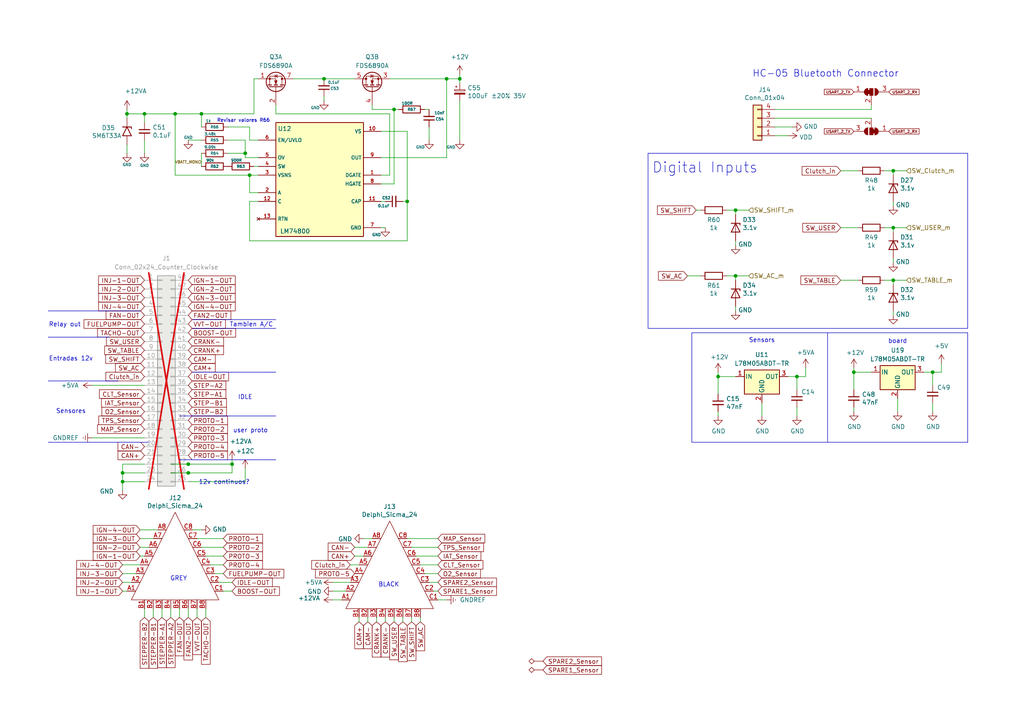
<source format=kicad_sch>
(kicad_sch (version 20231120) (generator "eeschema") (generator_version "7.99")
  (paper "A4")
  (title_block (title "μEFI (Speeduino FW compatible)") (date "2023-12-25") (rev "v6") (company "Churrosoft ®") (comment 1 "CERN-OHL-S-2.0 license\n"))
  (junction (at 35.56 137.16))
  (junction (at 71.12 44.45))
  (junction (at 58.42 33.02))
  (junction (at 247.65 107.95))
  (junction (at 259.08 49.53))
  (junction (at 213.36 80.01))
  (junction (at 129.54 22.86))
  (junction (at 35.56 139.7))
  (junction (at 208.28 109.22))
  (junction (at 259.08 66.04))
  (junction (at 213.36 60.96))
  (junction (at 133.35 22.86))
  (junction (at 118.11 58.42))
  (junction (at 270.51 107.95))
  (junction (at 231.14 109.22))
  (junction (at 36.83 33.02))
  (junction (at 54.61 134.62))
  (junction (at 50.8 33.02))
  (junction (at 67.31 134.62))
  (junction (at 54.61 137.16))
  (junction (at 259.08 81.28))
  (junction (at 41.91 33.02))
  (junction (at 93.98 22.86))
  (junction (at 114.3 31.75))
  (junction (at 72.39 50.8))
  (wire (pts (xy 41.91 35.56) (xy 41.91 33.02)))
  (wire (pts (xy 231.14 109.22) (xy 233.68 109.22)))
  (wire (pts (xy 247.65 107.95) (xy 252.73 107.95)))
  (wire (pts (xy 71.12 135.89) (xy 71.12 139.7)))
  (polyline (pts (xy 77.47 133.35) (xy 80.01 133.35)))
  (wire (pts (xy 66.04 36.83) (xy 72.39 36.83)))
  (wire (pts (xy 231.14 109.22) (xy 231.14 113.03)))
  (wire (pts (xy 133.35 29.21) (xy 133.35 40.64)))
  (polyline (pts (xy 52.07 133.35) (xy 77.47 133.35)))
  (wire (pts (xy 41.91 179.07) (xy 41.91 176.53)))
  (wire (pts (xy 96.52 171.45) (xy 100.33 171.45)))
  (wire (pts (xy 35.56 168.91) (xy 38.1 168.91)))
  (wire (pts (xy 57.15 179.07) (xy 57.15 176.53)))
  (wire (pts (xy 119.38 179.07) (xy 119.38 180.34)))
  (polyline (pts (xy 13.97 90.17) (xy 40.64 90.17)))
  (polyline (pts (xy 280.67 128.27) (xy 280.67 96.52)))
  (wire (pts (xy 40.64 158.75) (xy 43.18 158.75)))
  (wire (pts (xy 50.8 33.02) (xy 50.8 50.8)))
  (wire (pts (xy 229.87 36.83) (xy 224.79 36.83)))
  (wire (pts (xy 40.64 153.67) (xy 45.72 153.67)))
  (wire (pts (xy 129.54 173.99) (xy 127 173.99)))
  (wire (pts (xy 213.36 81.28) (xy 213.36 80.01)))
  (polyline (pts (xy 240.03 128.27) (xy 280.67 128.27)))
  (wire (pts (xy 58.42 33.02) (xy 58.42 36.83)))
  (wire (pts (xy 35.56 137.16) (xy 35.56 134.62)))
  (wire (pts (xy 233.68 106.68) (xy 233.68 109.22)))
  (wire (pts (xy 260.35 115.57) (xy 260.35 119.38)))
  (wire (pts (xy 256.54 49.53) (xy 259.08 49.53)))
  (wire (pts (xy 49.53 137.16) (xy 54.61 137.16)))
  (wire (pts (xy 44.45 156.21) (xy 40.64 156.21)))
  (wire (pts (xy 243.84 66.04) (xy 248.92 66.04)))
  (wire (pts (xy 101.6 163.83) (xy 104.14 163.83)))
  (polyline (pts (xy 77.47 120.65) (xy 80.01 120.65)))
  (wire (pts (xy 210.82 60.96) (xy 213.36 60.96)))
  (wire (pts (xy 259.08 76.2) (xy 259.08 74.93)))
  (wire (pts (xy 41.91 33.02) (xy 50.8 33.02)))
  (wire (pts (xy 104.14 180.34) (xy 104.14 179.07)))
  (wire (pts (xy 72.39 36.83) (xy 72.39 40.64)))
  (wire (pts (xy 58.42 44.45) (xy 58.42 48.26)))
  (wire (pts (xy 35.56 142.24) (xy 35.56 139.7)))
  (wire (pts (xy 113.03 22.86) (xy 129.54 22.86)))
  (wire (pts (xy 111.76 66.04) (xy 110.49 66.04)))
  (wire (pts (xy 259.08 81.28) (xy 262.89 81.28)))
  (wire (pts (xy 127 168.91) (xy 124.46 168.91)))
  (wire (pts (xy 66.04 40.64) (xy 71.12 40.64)))
  (wire (pts (xy 213.36 80.01) (xy 217.17 80.01)))
  (wire (pts (xy 213.36 71.12) (xy 213.36 69.85)))
  (wire (pts (xy 247.65 118.11) (xy 247.65 119.38)))
  (wire (pts (xy 54.61 137.16) (xy 67.31 137.16)))
  (wire (pts (xy 36.83 44.45) (xy 36.83 41.91)))
  (wire (pts (xy 58.42 153.67) (xy 55.88 153.67)))
  (wire (pts (xy 35.56 134.62) (xy 41.91 134.62)))
  (wire (pts (xy 106.68 179.07) (xy 106.68 180.34)))
  (wire (pts (xy 73.66 33.02) (xy 58.42 33.02)))
  (wire (pts (xy 231.14 118.11) (xy 231.14 120.65)))
  (wire (pts (xy 220.98 116.84) (xy 220.98 120.65)))
  (wire (pts (xy 259.08 82.55) (xy 259.08 81.28)))
  (wire (pts (xy 74.93 22.86) (xy 73.66 22.86)))
  (wire (pts (xy 213.36 60.96) (xy 217.17 60.96)))
  (wire (pts (xy 259.08 50.8) (xy 259.08 49.53)))
  (wire (pts (xy 224.79 31.75) (xy 252.73 31.75)))
  (wire (pts (xy 116.84 180.34) (xy 116.84 179.07)))
  (wire (pts (xy 41.91 44.45) (xy 41.91 40.64)))
  (wire (pts (xy 259.08 91.44) (xy 259.08 90.17)))
  (wire (pts (xy 123.19 166.37) (xy 127 166.37)))
  (wire (pts (xy 72.39 55.88) (xy 74.93 55.88)))
  (wire (pts (xy 110.49 45.72) (xy 129.54 45.72)))
  (wire (pts (xy 73.66 22.86) (xy 73.66 33.02)))
  (wire (pts (xy 270.51 107.95) (xy 273.05 107.95)))
  (polyline (pts (xy 13.97 97.79) (xy 22.86 97.79)))
  (wire (pts (xy 127 163.83) (xy 121.92 163.83)))
  (wire (pts (xy 259.08 67.31) (xy 259.08 66.04)))
  (wire (pts (xy 36.83 34.29) (xy 36.83 33.02)))
  (wire (pts (xy 72.39 50.8) (xy 72.39 55.88)))
  (wire (pts (xy 129.54 22.86) (xy 133.35 22.86)))
  (wire (pts (xy 124.46 31.75) (xy 123.19 31.75)))
  (wire (pts (xy 228.6 109.22) (xy 231.14 109.22)))
  (polyline (pts (xy 77.47 107.95) (xy 80.01 107.95)))
  (wire (pts (xy 72.39 69.85) (xy 118.11 69.85)))
  (wire (pts (xy 118.11 38.1) (xy 118.11 58.42)))
  (wire (pts (xy 59.69 176.53) (xy 59.69 179.07)))
  (wire (pts (xy 125.73 171.45) (xy 127 171.45)))
  (wire (pts (xy 107.95 31.75) (xy 107.95 30.48)))
  (wire (pts (xy 113.03 33.02) (xy 113.03 50.8)))
  (wire (pts (xy 67.31 133.35) (xy 67.31 134.62)))
  (polyline (pts (xy 200.66 96.52) (xy 200.66 128.27)))
  (wire (pts (xy 105.41 156.21) (xy 107.95 156.21)))
  (wire (pts (xy 35.56 171.45) (xy 36.83 171.45)))
  (wire (pts (xy 118.11 58.42) (xy 116.84 58.42)))
  (wire (pts (xy 49.53 134.62) (xy 54.61 134.62)))
  (polyline (pts (xy 55.88 95.25) (xy 80.01 95.25)))
  (polyline (pts (xy 13.97 110.49) (xy 22.86 110.49)))
  (wire (pts (xy 52.07 179.07) (xy 52.07 176.53)))
  (wire (pts (xy 213.36 90.17) (xy 213.36 88.9)))
  (wire (pts (xy 93.98 29.21) (xy 93.98 27.94)))
  (wire (pts (xy 113.03 50.8) (xy 110.49 50.8)))
  (wire (pts (xy 124.46 40.64) (xy 124.46 36.83)))
  (wire (pts (xy 127 158.75) (xy 119.38 158.75)))
  (wire (pts (xy 66.04 44.45) (xy 71.12 44.45)))
  (wire (pts (xy 50.8 50.8) (xy 72.39 50.8)))
  (wire (pts (xy 50.8 33.02) (xy 58.42 33.02)))
  (polyline (pts (xy 280.67 96.52) (xy 200.66 96.52)))
  (wire (pts (xy 110.49 53.34) (xy 114.3 53.34)))
  (wire (pts (xy 63.5 168.91) (xy 67.31 168.91)))
  (wire (pts (xy 73.66 48.26) (xy 74.93 48.26)))
  (wire (pts (xy 35.56 139.7) (xy 35.56 137.16)))
  (wire (pts (xy 259.08 66.04) (xy 262.89 66.04)))
  (wire (pts (xy 44.45 176.53) (xy 44.45 179.07)))
  (wire (pts (xy 208.28 109.22) (xy 208.28 114.3)))
  (wire (pts (xy 199.39 80.01) (xy 203.2 80.01)))
  (wire (pts (xy 35.56 163.83) (xy 40.64 163.83)))
  (wire (pts (xy 273.05 105.41) (xy 273.05 107.95)))
  (polyline (pts (xy 55.88 107.95) (xy 77.47 107.95)))
  (wire (pts (xy 118.11 58.42) (xy 118.11 69.85)))
  (wire (pts (xy 213.36 62.23) (xy 213.36 60.96)))
  (wire (pts (xy 252.73 30.48) (xy 252.73 31.75)))
  (wire (pts (xy 127 156.21) (xy 118.11 156.21)))
  (wire (pts (xy 109.22 180.34) (xy 109.22 179.07)))
  (wire (pts (xy 80.01 30.48) (xy 80.01 33.02)))
  (wire (pts (xy 243.84 49.53) (xy 248.92 49.53)))
  (wire (pts (xy 228.6 39.37) (xy 224.79 39.37)))
  (wire (pts (xy 85.09 22.86) (xy 93.98 22.86)))
  (wire (pts (xy 259.08 59.69) (xy 259.08 58.42)))
  (wire (pts (xy 64.77 171.45) (xy 67.31 171.45)))
  (wire (pts (xy 71.12 44.45) (xy 71.12 45.72)))
  (polyline (pts (xy 52.07 120.65) (xy 77.47 120.65)))
  (wire (pts (xy 64.77 161.29) (xy 59.69 161.29)))
  (wire (pts (xy 270.51 116.84) (xy 270.51 119.38)))
  (polyline (pts (xy 22.86 97.79) (xy 31.75 97.79)))
  (wire (pts (xy 114.3 180.34) (xy 114.3 179.07)))
  (polyline (pts (xy 13.97 128.27) (xy 43.18 128.27)))
  (wire (pts (xy 60.96 163.83) (xy 64.77 163.83)))
  (wire (pts (xy 267.97 107.95) (xy 270.51 107.95)))
  (wire (pts (xy 114.3 53.34) (xy 114.3 31.75)))
  (wire (pts (xy 208.28 107.95) (xy 208.28 109.22)))
  (wire (pts (xy 247.65 106.68) (xy 247.65 107.95)))
  (wire (pts (xy 201.93 60.96) (xy 203.2 60.96)))
  (wire (pts (xy 133.35 24.13) (xy 133.35 22.86)))
  (wire (pts (xy 93.98 22.86) (xy 102.87 22.86)))
  (wire (pts (xy 121.92 180.34) (xy 121.92 179.07)))
  (wire (pts (xy 111.76 179.07) (xy 111.76 180.34)))
  (wire (pts (xy 114.3 31.75) (xy 107.95 31.75)))
  (wire (pts (xy 72.39 58.42) (xy 72.39 69.85)))
  (wire (pts (xy 64.77 166.37) (xy 62.23 166.37)))
  (wire (pts (xy 102.87 158.75) (xy 106.68 158.75)))
  (wire (pts (xy 259.08 49.53) (xy 262.89 49.53)))
  (wire (pts (xy 72.39 40.64) (xy 74.93 40.64)))
  (wire (pts (xy 120.65 161.29) (xy 127 161.29)))
  (wire (pts (xy 247.65 107.95) (xy 247.65 113.03)))
  (wire (pts (xy 39.37 166.37) (xy 35.56 166.37)))
  (wire (pts (xy 36.83 31.75) (xy 36.83 33.02)))
  (wire (pts (xy 256.54 81.28) (xy 259.08 81.28)))
  (wire (pts (xy 67.31 137.16) (xy 67.31 134.62)))
  (wire (pts (xy 110.49 38.1) (xy 118.11 38.1)))
  (wire (pts (xy 64.77 158.75) (xy 58.42 158.75)))
  (wire (pts (xy 46.99 179.07) (xy 46.99 176.53)))
  (wire (pts (xy 71.12 40.64) (xy 71.12 44.45)))
  (wire (pts (xy 243.84 81.28) (xy 248.92 81.28)))
  (wire (pts (xy 54.61 176.53) (xy 54.61 179.07)))
  (wire (pts (xy 54.61 40.64) (xy 58.42 40.64)))
  (wire (pts (xy 41.91 161.29) (xy 40.64 161.29)))
  (wire (pts (xy 49.53 176.53) (xy 49.53 179.07)))
  (wire (pts (xy 71.12 139.7) (xy 54.61 139.7)))
  (wire (pts (xy 64.77 156.21) (xy 57.15 156.21)))
  (wire (pts (xy 72.39 50.8) (xy 74.93 50.8)))
  (wire (pts (xy 80.01 33.02) (xy 113.03 33.02)))
  (wire (pts (xy 210.82 80.01) (xy 213.36 80.01)))
  (wire (pts (xy 133.35 21.59) (xy 133.35 22.86)))
  (wire (pts (xy 26.67 111.76) (xy 41.91 111.76)))
  (wire (pts (xy 35.56 137.16) (xy 41.91 137.16)))
  (wire (pts (xy 111.76 58.42) (xy 110.49 58.42)))
  (wire (pts (xy 71.12 45.72) (xy 74.93 45.72)))
  (polyline (pts (xy 22.86 110.49) (xy 34.29 110.49)))
  (polyline (pts (xy 240.03 96.52) (xy 240.03 128.27)))
  (wire (pts (xy 74.93 58.42) (xy 72.39 58.42)))
  (wire (pts (xy 35.56 139.7) (xy 41.91 139.7)))
  (wire (pts (xy 208.28 119.38) (xy 208.28 120.65)))
  (wire (pts (xy 270.51 107.95) (xy 270.51 111.76)))
  (polyline (pts (xy 55.88 92.71) (xy 80.01 92.71)))
  (wire (pts (xy 67.31 134.62) (xy 54.61 134.62)))
  (polyline (pts (xy 200.66 128.27) (xy 240.03 128.27)))
  (wire (pts (xy 256.54 66.04) (xy 259.08 66.04)))
  (wire (pts (xy 105.41 161.29) (xy 102.87 161.29)))
  (wire (pts (xy 224.79 34.29) (xy 252.73 34.29)))
  (wire (pts (xy 96.52 173.99) (xy 99.06 173.99)))
  (wire (pts (xy 96.52 168.91) (xy 101.6 168.91)))
  (wire (pts (xy 26.67 127) (xy 41.91 127)))
  (wire (pts (xy 41.91 33.02) (xy 36.83 33.02)))
  (wire (pts (xy 208.28 109.22) (xy 213.36 109.22)))
  (wire (pts (xy 129.54 45.72) (xy 129.54 22.86)))
  (wire (pts (xy 115.57 31.75) (xy 114.3 31.75)))
  (rectangle (start 187.96 44.45) (end 280.67 95.25))
  (text "Sensors" (at 220.98 98.806 0) (effects (font (size 1.27 1.27))))
  (text "Digital Inputs" (at 204.47 48.768 0) (effects (font (size 3 3))))
  (text "user proto" (at 72.644 124.968 0) (effects (font (size 1.27 1.27))))
  (text "HC-05 Bluetooth Connector" (at 218.186 22.606 0) (effects (font (size 1.9812 1.9812)) (justify left bottom)))
  (text "Relay out" (at 18.796 94.234 0) (effects (font (size 1.27 1.27))))
  (text "BLACK" (at 112.776 169.672 0) (effects (font (size 1.27 1.27))))
  (text "Sensores" (at 20.574 119.38 0) (effects (font (size 1.27 1.27))))
  (text "12v continuos?" (at 65.024 139.954 0) (effects (font (size 1.27 1.27))))
  (text "GREY" (at 51.816 167.894 0) (effects (font (size 1.27 1.27))))
  (text "Tambien A/C" (at 72.898 94.234 0) (effects (font (size 1.27 1.27))))
  (text "IDLE" (at 71.12 115.316 0) (effects (font (size 1.27 1.27))))
  (text "Entradas 12v" (at 20.574 104.14 0) (effects (font (size 1.27 1.27))))
  (text "Revisar valores R66" (at 70.612 35.052 0) (effects (font (size 1 1))))
  (text "board" (at 260.35 99.06 0) (effects (font (size 1.27 1.27))))
  (global_label "Clutch_in" (shape input) (at 41.91 109.22 180) (property "Intersheetrefs" "${INTERSHEET_REFS}" (effects (hide yes))))
  (global_label "USART_2_TX" (shape input) (at 247.65 26.67 180) (effects (font (size 0.8 0.8))) (property "Intersheetrefs" "${INTERSHEET_REFS}" (effects (hide yes))))
  (global_label "CAM-" (shape input) (at 54.61 104.14 0) (property "Intersheetrefs" "${INTERSHEET_REFS}" (effects (hide yes))))
  (global_label "SW_TABLE" (shape input) (at 116.84 180.34 270) (property "Intersheetrefs" "${INTERSHEET_REFS}" (effects (hide yes))))
  (global_label "IGN-2-OUT" (shape input) (at 54.61 83.82 0) (property "Intersheetrefs" "${INTERSHEET_REFS}" (effects (hide yes))))
  (global_label "STEP-B2" (shape input) (at 54.61 119.38 0) (property "Intersheetrefs" "${INTERSHEET_REFS}" (effects (hide yes))))
  (global_label "INJ-1-OUT" (shape input) (at 35.56 171.45 180) (property "Intersheetrefs" "${INTERSHEET_REFS}" (effects (hide yes))))
  (global_label "SW_TABLE" (shape input) (at 243.84 81.28 180) (property "Intersheetrefs" "${INTERSHEET_REFS}" (effects (hide yes))))
  (global_label "PROTO-3" (shape input) (at 54.61 127 0) (property "Intersheetrefs" "${INTERSHEET_REFS}" (effects (hide yes))))
  (global_label "SW_AC" (shape input) (at 41.91 106.68 180) (property "Intersheetrefs" "${INTERSHEET_REFS}" (effects (hide yes))))
  (global_label "INJ-2-OUT" (shape input) (at 41.91 83.82 180) (property "Intersheetrefs" "${INTERSHEET_REFS}" (effects (hide yes))))
  (global_label "STEP-A1" (shape input) (at 54.61 114.3 0) (property "Intersheetrefs" "${INTERSHEET_REFS}" (effects (hide yes))))
  (global_label "MAP_Sensor" (shape input) (at 41.91 124.46 180) (property "Intersheetrefs" "${INTERSHEET_REFS}" (effects (hide yes))))
  (global_label "STEPPER-A2" (shape input) (at 49.53 179.07 270) (property "Intersheetrefs" "${INTERSHEET_REFS}" (effects (hide yes))))
  (global_label "SW_TABLE" (shape input) (at 41.91 101.6 180) (property "Intersheetrefs" "${INTERSHEET_REFS}" (effects (hide yes))))
  (global_label "CAN+" (shape input) (at 41.91 132.08 180) (property "Intersheetrefs" "${INTERSHEET_REFS}" (effects (hide yes))))
  (global_label "VVT-OUT" (shape input) (at 57.15 179.07 270) (property "Intersheetrefs" "${INTERSHEET_REFS}" (effects (hide yes))))
  (global_label "USART_2_RX" (shape input) (at 257.81 26.67 0) (effects (font (size 0.8 0.8))) (property "Intersheetrefs" "${INTERSHEET_REFS}" (effects (hide yes))))
  (global_label "SW_AC" (shape input) (at 121.92 180.34 270) (property "Intersheetrefs" "${INTERSHEET_REFS}" (effects (hide yes))))
  (global_label "IGN-1-OUT" (shape input) (at 40.64 161.29 180) (property "Intersheetrefs" "${INTERSHEET_REFS}" (effects (hide yes))))
  (global_label "SW_USER" (shape input) (at 114.3 180.34 270) (property "Intersheetrefs" "${INTERSHEET_REFS}" (effects (hide yes))))
  (global_label "SW_SHIFT" (shape input) (at 41.91 104.14 180) (property "Intersheetrefs" "${INTERSHEET_REFS}" (effects (hide yes))))
  (global_label "PROTO-1" (shape input) (at 54.61 121.92 0) (property "Intersheetrefs" "${INTERSHEET_REFS}" (effects (hide yes))))
  (global_label "CAM+" (shape input) (at 104.14 180.34 270) (property "Intersheetrefs" "${INTERSHEET_REFS}" (effects (hide yes))))
  (global_label "FAN2-OUT" (shape input) (at 54.61 179.07 270) (property "Intersheetrefs" "${INTERSHEET_REFS}" (effects (hide yes))))
  (global_label "CAN-" (shape input) (at 41.91 129.54 180) (property "Intersheetrefs" "${INTERSHEET_REFS}" (effects (hide yes))))
  (global_label "SPARE2_Sensor" (shape input) (at 127 168.91 0) (property "Intersheetrefs" "${INTERSHEET_REFS}" (effects (hide yes))))
  (global_label "CRANK+" (shape input) (at 54.61 101.6 0) (property "Intersheetrefs" "${INTERSHEET_REFS}" (effects (hide yes))))
  (global_label "STEPPER-B2" (shape input) (at 41.91 179.07 270) (property "Intersheetrefs" "${INTERSHEET_REFS}" (effects (hide yes))))
  (global_label "STEPPER-B1" (shape input) (at 44.45 179.07 270) (property "Intersheetrefs" "${INTERSHEET_REFS}" (effects (hide yes))))
  (global_label "FUELPUMP-OUT" (shape input) (at 41.91 93.98 180) (property "Intersheetrefs" "${INTERSHEET_REFS}" (effects (hide yes))))
  (global_label "Clutch_in" (shape input) (at 101.6 163.83 180) (property "Intersheetrefs" "${INTERSHEET_REFS}" (effects (hide yes))))
  (global_label "FAN2-OUT" (shape input) (at 54.61 91.44 0) (property "Intersheetrefs" "${INTERSHEET_REFS}" (effects (hide yes))))
  (global_label "CAM+" (shape input) (at 54.61 106.68 0) (property "Intersheetrefs" "${INTERSHEET_REFS}" (effects (hide yes))))
  (global_label "TACHO-OUT" (shape input) (at 41.91 96.52 180) (property "Intersheetrefs" "${INTERSHEET_REFS}" (effects (hide yes))))
  (global_label "IGN-4-OUT" (shape input) (at 54.61 88.9 0) (property "Intersheetrefs" "${INTERSHEET_REFS}" (effects (hide yes))))
  (global_label "VVT-OUT" (shape input) (at 54.61 93.98 0) (property "Intersheetrefs" "${INTERSHEET_REFS}" (effects (hide yes))))
  (global_label "CRANK-" (shape input) (at 111.76 180.34 270) (property "Intersheetrefs" "${INTERSHEET_REFS}" (effects (hide yes))))
  (global_label "IGN-4-OUT" (shape input) (at 40.64 153.67 180) (property "Intersheetrefs" "${INTERSHEET_REFS}" (effects (hide yes))))
  (global_label "USART_2_TX" (shape input) (at 247.65 38.1 180) (effects (font (size 0.8 0.8))) (property "Intersheetrefs" "${INTERSHEET_REFS}" (effects (hide yes))))
  (global_label "PROTO-5" (shape input) (at 102.87 166.37 180) (property "Intersheetrefs" "${INTERSHEET_REFS}" (effects (hide yes))))
  (global_label "INJ-4-OUT" (shape input) (at 35.56 163.83 180) (property "Intersheetrefs" "${INTERSHEET_REFS}" (effects (hide yes))))
  (global_label "Clutch_in" (shape input) (at 243.84 49.53 180) (property "Intersheetrefs" "${INTERSHEET_REFS}" (effects (hide yes))))
  (global_label "IGN-1-OUT" (shape input) (at 54.61 81.28 0) (property "Intersheetrefs" "${INTERSHEET_REFS}" (effects (hide yes))))
  (global_label "TPS_Sensor" (shape input) (at 41.91 121.92 180) (property "Intersheetrefs" "${INTERSHEET_REFS}" (effects (hide yes))))
  (global_label "INJ-3-OUT" (shape input) (at 41.91 86.36 180) (property "Intersheetrefs" "${INTERSHEET_REFS}" (effects (hide yes))))
  (global_label "TACHO-OUT" (shape input) (at 59.69 179.07 270) (property "Intersheetrefs" "${INTERSHEET_REFS}" (effects (hide yes))))
  (global_label "USART_2_RX" (shape input) (at 257.81 38.1 0) (effects (font (size 0.8 0.8))) (property "Intersheetrefs" "${INTERSHEET_REFS}" (effects (hide yes))))
  (global_label "IAT_Sensor" (shape input) (at 41.91 116.84 180) (property "Intersheetrefs" "${INTERSHEET_REFS}" (effects (hide yes))))
  (global_label "SW_SHIFT" (shape input) (at 201.93 60.96 180) (property "Intersheetrefs" "${INTERSHEET_REFS}" (effects (hide yes))))
  (global_label "IGN-2-OUT" (shape input) (at 40.64 158.75 180) (property "Intersheetrefs" "${INTERSHEET_REFS}" (effects (hide yes))))
  (global_label "PROTO-1" (shape input) (at 64.77 156.21 0) (property "Intersheetrefs" "${INTERSHEET_REFS}" (effects (hide yes))))
  (global_label "INJ-4-OUT" (shape input) (at 41.91 88.9 180) (property "Intersheetrefs" "${INTERSHEET_REFS}" (effects (hide yes))))
  (global_label "SW_USER" (shape input) (at 243.84 66.04 180) (property "Intersheetrefs" "${INTERSHEET_REFS}" (effects (hide yes))))
  (global_label "IDLE-OUT" (shape input) (at 54.61 109.22 0) (property "Intersheetrefs" "${INTERSHEET_REFS}" (effects (hide yes))))
  (global_label "SW_AC" (shape input) (at 199.39 80.01 180) (property "Intersheetrefs" "${INTERSHEET_REFS}" (effects (hide yes))))
  (global_label "FAN-OUT" (shape input) (at 52.07 179.07 270) (property "Intersheetrefs" "${INTERSHEET_REFS}" (effects (hide yes))))
  (global_label "CRANK-" (shape input) (at 54.61 99.06 0) (property "Intersheetrefs" "${INTERSHEET_REFS}" (effects (hide yes))))
  (global_label "SW_USER" (shape input) (at 41.91 99.06 180) (property "Intersheetrefs" "${INTERSHEET_REFS}" (effects (hide yes))))
  (global_label "INJ-3-OUT" (shape input) (at 35.56 166.37 180) (property "Intersheetrefs" "${INTERSHEET_REFS}" (effects (hide yes))))
  (global_label "PROTO-2" (shape input) (at 54.61 124.46 0) (property "Intersheetrefs" "${INTERSHEET_REFS}" (effects (hide yes))))
  (global_label "CLT_Sensor" (shape input) (at 127 163.83 0) (property "Intersheetrefs" "${INTERSHEET_REFS}" (effects (hide yes))))
  (global_label "IGN-3-OUT" (shape input) (at 40.64 156.21 180) (property "Intersheetrefs" "${INTERSHEET_REFS}" (effects (hide yes))))
  (global_label "MAP_Sensor" (shape input) (at 127 156.21 0) (property "Intersheetrefs" "${INTERSHEET_REFS}" (effects (hide yes))))
  (global_label "STEP-B1" (shape input) (at 54.61 116.84 0) (property "Intersheetrefs" "${INTERSHEET_REFS}" (effects (hide yes))))
  (global_label "STEP-A2" (shape input) (at 54.61 111.76 0) (property "Intersheetrefs" "${INTERSHEET_REFS}" (effects (hide yes))))
  (global_label "BOOST-OUT" (shape input) (at 54.61 96.52 0) (property "Intersheetrefs" "${INTERSHEET_REFS}" (effects (hide yes))))
  (global_label "SW_SHIFT" (shape input) (at 119.38 180.34 270) (property "Intersheetrefs" "${INTERSHEET_REFS}" (effects (hide yes))))
  (global_label "O2_Sensor" (shape input) (at 41.91 119.38 180) (property "Intersheetrefs" "${INTERSHEET_REFS}" (effects (hide yes))))
  (global_label "INJ-2-OUT" (shape input) (at 35.56 168.91 180) (property "Intersheetrefs" "${INTERSHEET_REFS}" (effects (hide yes))))
  (global_label "BOOST-OUT" (shape input) (at 67.31 171.45 0) (property "Intersheetrefs" "${INTERSHEET_REFS}" (effects (hide yes))))
  (global_label "PROTO-4" (shape input) (at 54.61 129.54 0) (property "Intersheetrefs" "${INTERSHEET_REFS}" (effects (hide yes))))
  (global_label "PROTO-3" (shape input) (at 64.77 161.29 0) (property "Intersheetrefs" "${INTERSHEET_REFS}" (effects (hide yes))))
  (global_label "SPARE2_Sensor" (shape input) (at 157.48 191.77 0) (property "Intersheetrefs" "${INTERSHEET_REFS}" (effects (hide yes))))
  (global_label "FUELPUMP-OUT" (shape input) (at 64.77 166.37 0) (property "Intersheetrefs" "${INTERSHEET_REFS}" (effects (hide yes))))
  (global_label "FAN-OUT" (shape input) (at 41.91 91.44 180) (property "Intersheetrefs" "${INTERSHEET_REFS}" (effects (hide yes))))
  (global_label "CAN-" (shape input) (at 102.87 158.75 180) (property "Intersheetrefs" "${INTERSHEET_REFS}" (effects (hide yes))))
  (global_label "CLT_Sensor" (shape input) (at 41.91 114.3 180) (property "Intersheetrefs" "${INTERSHEET_REFS}" (effects (hide yes))))
  (global_label "SPARE1_Sensor" (shape input) (at 127 171.45 0) (property "Intersheetrefs" "${INTERSHEET_REFS}" (effects (hide yes))))
  (global_label "IAT_Sensor" (shape input) (at 127 161.29 0) (property "Intersheetrefs" "${INTERSHEET_REFS}" (effects (hide yes))))
  (global_label "CAM-" (shape input) (at 106.68 180.34 270) (property "Intersheetrefs" "${INTERSHEET_REFS}" (effects (hide yes))))
  (global_label "CAN+" (shape input) (at 102.87 161.29 180) (property "Intersheetrefs" "${INTERSHEET_REFS}" (effects (hide yes))))
  (global_label "PROTO-2" (shape input) (at 64.77 158.75 0) (property "Intersheetrefs" "${INTERSHEET_REFS}" (effects (hide yes))))
  (global_label "IDLE-OUT" (shape input) (at 67.31 168.91 0) (property "Intersheetrefs" "${INTERSHEET_REFS}" (effects (hide yes))))
  (global_label "INJ-1-OUT" (shape input) (at 41.91 81.28 180) (property "Intersheetrefs" "${INTERSHEET_REFS}" (effects (hide yes))))
  (global_label "STEPPER-A1" (shape input) (at 46.99 179.07 270) (property "Intersheetrefs" "${INTERSHEET_REFS}" (effects (hide yes))))
  (global_label "SPARE1_Sensor" (shape input) (at 157.48 194.31 0) (property "Intersheetrefs" "${INTERSHEET_REFS}" (effects (hide yes))))
  (global_label "IGN-3-OUT" (shape input) (at 54.61 86.36 0) (property "Intersheetrefs" "${INTERSHEET_REFS}" (effects (hide yes))))
  (global_label "O2_Sensor" (shape input) (at 127 166.37 0) (property "Intersheetrefs" "${INTERSHEET_REFS}" (effects (hide yes))))
  (global_label "PROTO-4" (shape input) (at 64.77 163.83 0) (property "Intersheetrefs" "${INTERSHEET_REFS}" (effects (hide yes))))
  (global_label "TPS_Sensor" (shape input) (at 127 158.75 0) (property "Intersheetrefs" "${INTERSHEET_REFS}" (effects (hide yes))))
  (global_label "PROTO-5" (shape input) (at 54.61 132.08 0) (property "Intersheetrefs" "${INTERSHEET_REFS}" (effects (hide yes))))
  (global_label "CRANK+" (shape input) (at 109.22 180.34 270) (property "Intersheetrefs" "${INTERSHEET_REFS}" (effects (hide yes))))
  (hierarchical_label "VBATT_MON" (shape input) (at 58.42 46.99 180) (effects (font (size 0.8 0.8))))
  (hierarchical_label "SW_AC_m" (shape input) (at 217.17 80.01 0))
  (hierarchical_label "SW_Clutch_m" (shape input) (at 262.89 49.53 0))
  (hierarchical_label "SW_TABLE_m" (shape input) (at 262.89 81.28 0))
  (hierarchical_label "SW_SHIFT_m" (shape input) (at 217.17 60.96 0))
  (hierarchical_label "SW_USER_m" (shape input) (at 262.89 66.04 0))
  (symbol (lib_id "Device:R") (at 207.01 60.96 270) (mirror x) (unit 1)
    (property "Reference" "R60" (at 207.01 63.754 90))
    (property "Value" "1k" (at 207.01 66.0654 90))
    (property "Footprint" "Resistor_SMD:R_0603_1608Metric" (effects (hide yes)))
    (property "LCSC" "C21190" (effects (hide yes)))
  )
  (symbol (lib_id "power:GNDREF") (at 26.67 127 270) (unit 1)
    (property "Reference" "#PWR017" (effects (hide yes)))
    (property "Value" "GNDREF" (at 22.86 126.9999 90) (effects (justify right)))
    (property "Description" "Power symbol creates a global label with name \"GNDREF\" , reference supply ground" (effects (hide yes)))
  )
  (symbol (lib_id "power:GND") (at 133.35 40.64 0) (unit 1)
    (property "Reference" "#PWR0170" (effects (hide yes)))
    (property "Value" "GND" (at 130.81 42.672 0) (effects (font (size 0.8 0.8))))
    (property "Description" "Power symbol creates a global label with name \"GND\" , ground" (effects (hide yes)))
  )
  (symbol (lib_id "power:+12V") (at 208.28 107.95 0) (unit 1)
    (property "Reference" "#PWR036" (effects (hide yes)))
    (property "Value" "+12V" (at 208.661 103.5558 0))
  )
  (symbol (lib_id "power:GND") (at 213.36 90.17 0) (unit 1)
    (property "Reference" "#PWR0148" (effects (hide yes)))
    (property "Value" "GND" (at 216.154 89.916 0))
  )
  (symbol (lib_id "power:GND") (at 231.14 120.65 0) (unit 1)
    (property "Reference" "#PWR043" (effects (hide yes)))
    (property "Value" "GND" (at 231.267 125.0442 0))
  )
  (symbol (lib_id "power:GND") (at 213.36 71.12 0) (unit 1)
    (property "Reference" "#PWR0147" (effects (hide yes)))
    (property "Value" "GND" (at 216.154 70.866 0))
  )
  (symbol (lib_id "Device:R") (at 62.23 48.26 270) (mirror x) (unit 1)
    (property "Reference" "R62" (at 62.23 48.26 90) (effects (font (size 0.8 0.8))))
    (property "Value" "90k" (at 60.96 46.482 90) (effects (font (size 0.8 0.8))))
    (property "Footprint" "Resistor_SMD:R_0603_1608Metric" (effects (hide yes)))
    (property "LCSC" "C21190" (effects (hide yes)))
  )
  (symbol (lib_id "Device:D_Zener") (at 259.08 71.12 270) (unit 1)
    (property "Reference" "D31" (at 261.0866 68.8086 90) (effects (justify left)))
    (property "Value" "3.1v" (at 261.0866 71.12 90) (effects (justify left)))
    (property "Footprint" "Diode_SMD:D_SOD-323" (effects (hide yes)))
    (property "Part #" "BZT52C3V3S" (effects (hide yes)))
    (property "LCSC" "C5270765" (effects (hide yes)))
  )
  (symbol (lib_id "power:GND") (at 36.83 44.45 0) (unit 1)
    (property "Reference" "#PWR0164" (effects (hide yes)))
    (property "Value" "GND" (at 36.83 47.752 0) (effects (font (size 0.8 0.8))))
    (property "Description" "Power symbol creates a global label with name \"GND\" , ground" (effects (hide yes)))
  )
  (symbol (lib_id "Device:R") (at 119.38 31.75 270) (mirror x) (unit 1)
    (property "Reference" "R67" (at 119.38 31.75 90) (effects (font (size 0.8 0.8))))
    (property "Value" "100R" (at 118.11 29.972 90) (effects (font (size 0.8 0.8))))
    (property "Footprint" "Resistor_SMD:R_0603_1608Metric" (effects (hide yes)))
    (property "LCSC" "C21190" (effects (hide yes)))
  )
  (symbol (lib_id "power:GND") (at 111.76 66.04 0) (unit 1)
    (property "Reference" "#PWR0166" (effects (hide yes)))
    (property "Value" "GND" (at 109.22 68.072 0) (effects (font (size 0.8 0.8))))
    (property "Description" "Power symbol creates a global label with name \"GND\" , ground" (effects (hide yes)))
  )
  (symbol (lib_id "power:+12VA") (at 96.52 173.99 90) (unit 1)
    (property "Reference" "#PWR025" (effects (hide yes)))
    (property "Value" "+12VA" (at 89.662 173.482 90))
    (property "Description" "Power symbol creates a global label with name \"+12VA\"" (effects (hide yes)))
  )
  (symbol (lib_id "Device:R") (at 62.23 36.83 270) (mirror x) (unit 1)
    (property "Reference" "R66" (at 62.23 36.83 90) (effects (font (size 0.8 0.8))))
    (property "Value" "1k" (at 60.452 35.052 90) (effects (font (size 0.8 0.8))))
    (property "Footprint" "Resistor_SMD:R_0603_1608Metric" (effects (hide yes)))
    (property "LCSC" "C21190" (effects (hide yes)))
  )
  (symbol (lib_id "Device:D_Zener") (at 213.36 85.09 270) (unit 1)
    (property "Reference" "D34" (at 215.3666 82.7786 90) (effects (justify left)))
    (property "Value" "3.1v" (at 215.3666 85.09 90) (effects (justify left)))
    (property "Footprint" "Diode_SMD:D_SOD-323" (effects (hide yes)))
    (property "Part #" "BZT52C3V3S" (effects (hide yes)))
    (property "LCSC" "C5270765" (effects (hide yes)))
  )
  (symbol (lib_id "power:GND") (at 41.91 44.45 0) (unit 1)
    (property "Reference" "#PWR0163" (effects (hide yes)))
    (property "Value" "GND" (at 41.91 48.006 0) (effects (font (size 0.8 0.8))))
    (property "Description" "Power symbol creates a global label with name \"GND\" , ground" (effects (hide yes)))
  )
  (symbol (lib_id "power:+12VA") (at 36.83 31.75 0) (unit 1)
    (property "Reference" "#PWR0162" (effects (hide yes)))
    (property "Value" "+12VA" (at 39.37 26.416 0))
    (property "Description" "Power symbol creates a global label with name \"+12VA\"" (effects (hide yes)))
  )
  (symbol (lib_id "Regulator_Linear:L7805") (at 220.98 109.22 0) (unit 1)
    (property "Reference" "U11" (at 220.98 102.87 0))
    (property "Value" "L78M05ABDT-TR" (at 220.98 105.41 0))
    (property "Footprint" "Package_TO_SOT_SMD:TO-252-2" (effects (hide yes)))
    (property "Datasheet" "http://www.st.com/content/ccc/resource/technical/document/datasheet/41/4f/b3/b0/12/d4/47/88/CD00000444.pdf/files/CD00000444.pdf/jcr:content/translations/en.CD00000444.pdf" (effects (hide yes)))
    (property "LCSC" "C58069" (effects (hide yes)))
  )
  (symbol (lib_id "power:GND") (at 259.08 76.2 0) (unit 1)
    (property "Reference" "#PWR0124" (effects (hide yes)))
    (property "Value" "GND" (at 261.874 75.946 0))
  )
  (symbol (lib_id "power:GND") (at 259.08 59.69 0) (unit 1)
    (property "Reference" "#PWR0126" (effects (hide yes)))
    (property "Value" "GND" (at 261.874 59.436 0))
  )
  (symbol (lib_id "power:+12V") (at 247.65 106.68 0) (unit 1)
    (property "Reference" "#PWR0142" (effects (hide yes)))
    (property "Value" "+12V" (at 248.031 102.2858 0))
  )
  (symbol (lib_id "Device:D_Zener") (at 259.08 54.61 270) (unit 1)
    (property "Reference" "D27" (at 261.0866 52.2986 90) (effects (justify left)))
    (property "Value" "3.1v" (at 261.0866 54.61 90) (effects (justify left)))
    (property "Footprint" "Diode_SMD:D_SOD-323" (effects (hide yes)))
    (property "Part #" "BZT52C3V3S" (effects (hide yes)))
    (property "LCSC" "C5270765" (effects (hide yes)))
  )
  (symbol (lib_id "pdm_lib_v1:LM74800") (at 91.44 53.34 0) (unit 1)
    (property "Reference" "U12" (at 82.55 37.338 0))
    (property "Value" "LM74800" (at 85.598 67.056 0))
    (property "Footprint" "uEFI_v5:LM74800" (effects (hide yes)))
    (property "Datasheet" "https://www.ti.com/lit/ds/symlink/lm7480-q1.pdf" (effects (hide yes)))
  )
  (symbol (lib_id "power:+5V") (at 273.05 105.41 0) (unit 1)
    (property "Reference" "#PWR0146" (effects (hide yes)))
    (property "Value" "+5V" (at 273.05 100.33 0))
    (property "Description" "Power symbol creates a global label with name \"+5V\"" (effects (hide yes)))
  )
  (symbol (lib_id "Device:C_Small") (at 270.51 114.3 0) (unit 1)
    (property "Reference" "C49" (at 271.78 112.395 0) (effects (justify left)))
    (property "Value" "100nF" (effects (hide yes)))
    (property "Footprint" "Capacitor_SMD:C_0805_2012Metric" (effects (hide yes)))
    (property "LCSC" "C49678" (effects (hide yes)))
  )
  (symbol (lib_id "Connector:TestPoint_Alt") (at 157.48 191.77 90) (unit 1)
    (property "Reference" "TP19" (effects (hide yes)))
    (property "Value" "TestPoint_Alt" (effects (hide yes)))
    (property "Footprint" "TestPoint:TestPoint_THTPad_1.0x1.0mm_Drill0.5mm" (effects (hide yes)))
  )
  (symbol (lib_id "Device:CP_Small") (at 133.35 26.67 0) (unit 1)
    (property "Reference" "C55" (at 135.5852 25.5016 0) (effects (justify left)))
    (property "Value" "100uF ±20% 35V" (at 135.5852 27.813 0) (effects (justify left)))
    (property "Footprint" "Capacitor_SMD:CP_Elec_6.3x7.7" (effects (hide yes)))
    (property "LCSC" "C141427" (effects (hide yes)))
  )
  (symbol (lib_id "Device:D_Zener") (at 259.08 86.36 270) (unit 1)
    (property "Reference" "D32" (at 261.0866 84.0486 90) (effects (justify left)))
    (property "Value" "3.1v" (at 261.0866 86.36 90) (effects (justify left)))
    (property "Footprint" "Diode_SMD:D_SOD-323" (effects (hide yes)))
    (property "Part #" "BZT52C3V3S" (effects (hide yes)))
    (property "LCSC" "C5270765" (effects (hide yes)))
  )
  (symbol (lib_id "Connector:TestPoint_Alt") (at 157.48 194.31 90) (unit 1)
    (property "Reference" "TP20" (effects (hide yes)))
    (property "Value" "TestPoint_Alt" (effects (hide yes)))
    (property "Footprint" "TestPoint:TestPoint_THTPad_1.0x1.0mm_Drill0.5mm" (effects (hide yes)))
  )
  (symbol (lib_id "Device:C_Small") (at 247.65 115.57 0) (unit 1)
    (property "Reference" "C48" (at 249.9868 114.4016 0) (effects (justify left)))
    (property "Value" "47nF" (at 249.9868 116.713 0) (effects (justify left)))
    (property "Footprint" "Capacitor_SMD:C_0603_1608Metric" (effects (hide yes)))
    (property "LCSC" "C1622" (effects (hide yes)))
  )
  (symbol (lib_id "power:+5VA") (at 233.68 106.68 0) (unit 1)
    (property "Reference" "#PWR044" (effects (hide yes)))
    (property "Value" "+5VA" (at 233.68 102.235 0))
  )
  (symbol (lib_id "Device:R") (at 62.23 40.64 270) (mirror x) (unit 1)
    (property "Reference" "R65" (at 62.23 40.64 90) (effects (font (size 0.8 0.8))))
    (property "Value" "3.48k" (at 60.96 38.862 90) (effects (font (size 0.8 0.8))))
    (property "Footprint" "Resistor_SMD:R_0603_1608Metric" (effects (hide yes)))
    (property "LCSC" "C21190" (effects (hide yes)))
  )
  (symbol (lib_id "power:+5VA") (at 96.52 168.91 90) (unit 1)
    (property "Reference" "#PWR026" (effects (hide yes)))
    (property "Value" "+5VA" (at 90.932 168.91 90))
  )
  (symbol (lib_id "Jumper:SolderJumper_3_Bridged12") (at 252.73 26.67 0) (unit 1)
    (property "Reference" "JP9" (effects (hide yes)))
    (property "Value" "SolderJumper_3_Bridged12" (effects (hide yes)))
    (property "Footprint" "Jumper:SolderJumper-3_P1.3mm_Bridged2Bar12_Pad1.0x1.5mm" (effects (hide yes)))
    (property "Description" "3-pole Solder Jumper, pins 1+2 closed/bridged" (effects (hide yes)))
  )
  (symbol (lib_id "power:GND") (at 105.41 156.21 270) (unit 1)
    (property "Reference" "#PWR0154" (effects (hide yes)))
    (property "Value" "GND" (at 102.1588 156.337 90) (effects (justify right)))
  )
  (symbol (lib_id "power:VDD") (at 228.6 39.37 270) (unit 1)
    (property "Reference" "#PWR0158" (effects (hide yes)))
    (property "Value" "VDD" (at 231.8512 39.8018 90) (effects (justify left)))
  )
  (symbol (lib_id "power:GND") (at 260.35 119.38 0) (unit 1)
    (property "Reference" "#PWR0144" (effects (hide yes)))
    (property "Value" "GND" (at 260.477 123.7742 0))
  )
  (symbol (lib_id "Transistor_FET:FDS6890A") (at 107.95 25.4 90) (unit 2)
    (property "Reference" "Q3" (at 107.95 16.51 90))
    (property "Value" "FDS6890A" (at 107.95 19.05 90))
    (property "Footprint" "Package_SO:SOP-8_3.9x4.9mm_P1.27mm" (effects (hide yes)))
    (property "Datasheet" "https://www.onsemi.com/pub/Collateral/FDS6890A-D.PDF" (effects (hide yes)))
    (property "Description" "7.5A Id, 20V Vds, Dual N-Channel MOSFET, 18mOhm Ron, SO-8" (effects (hide yes)))
    (property "Alternative" "AO4828-MS" (effects (hide yes)))
    (property "LCSC" "C3008141" (effects (hide yes)))
  )
  (symbol (lib_id "power:GND") (at 124.46 40.64 0) (unit 1)
    (property "Reference" "#PWR0168" (effects (hide yes)))
    (property "Value" "GND" (at 121.92 42.672 0) (effects (font (size 0.8 0.8))))
    (property "Description" "Power symbol creates a global label with name \"GND\" , ground" (effects (hide yes)))
  )
  (symbol (lib_id "Device:C_Small") (at 208.28 116.84 0) (unit 1)
    (property "Reference" "C15" (at 210.6168 115.6716 0) (effects (justify left)))
    (property "Value" "47nF" (at 210.6168 117.983 0) (effects (justify left)))
    (property "Footprint" "Capacitor_SMD:C_0603_1608Metric" (effects (hide yes)))
    (property "LCSC" "C1622" (effects (hide yes)))
  )
  (symbol (lib_id "power:GND") (at 96.52 171.45 270) (unit 1)
    (property "Reference" "#PWR0152" (effects (hide yes)))
    (property "Value" "GND" (at 93.2688 171.577 90) (effects (justify right)))
  )
  (symbol (lib_id "Device:C_Small") (at 114.3 58.42 90) (unit 1)
    (property "Reference" "C52" (at 113.284 57.404 90) (effects (font (size 0.8 0.8)) (justify left)))
    (property "Value" "0.1uF" (at 113.03 59.69 90) (effects (font (size 0.8 0.8)) (justify left)))
    (property "Footprint" "Capacitor_SMD:C_0805_2012Metric" (effects (hide yes)))
  )
  (symbol (lib_id "Connector_Generic:Conn_01x04") (at 219.71 36.83 180) (unit 1)
    (property "Reference" "J14" (at 221.7928 26.035 0))
    (property "Value" "Conn_01x04" (at 221.7928 28.3464 0))
    (property "Footprint" "Connector_PinHeader_2.54mm:PinHeader_1x04_P2.54mm_Vertical" (effects (hide yes)))
  )
  (symbol (lib_name "+12V_1") (lib_id "power:+12V") (at 133.35 21.59 0) (unit 1)
    (property "Reference" "#PWR0169" (effects (hide yes)))
    (property "Value" "+12V" (at 133.35 16.51 0))
    (property "Description" "Power symbol creates a global label with name \"+12V\"" (effects (hide yes)))
  )
  (symbol (lib_id "power:+12C") (at 71.12 135.89 0) (unit 1)
    (property "Reference" "#PWR020" (effects (hide yes)))
    (property "Value" "+12C" (at 71.12 130.81 0))
    (property "Description" "Power symbol creates a global label with name \"+12C\"" (effects (hide yes)))
  )
  (symbol (lib_id "Connector_Generic:Conn_02x24_Counter_Clockwise") (at 46.99 109.22 0) (unit 1) (exclude_from_sim yes) (in_bom no) (on_board no) (dnp yes)
    (property "Reference" "J1" (at 48.26 74.93 0))
    (property "Value" "Conn_02x24_Counter_Clockwise" (at 48.26 77.47 0))
    (property "Description" "Generic connector, double row, 02x24, counter clockwise pin numbering scheme (similar to DIP package numbering), script generated (kicad-library-utils/schlib/autogen/connector/)" (effects (hide yes)))
  )
  (symbol (lib_id "Transistor_FET:FDS6890A") (at 80.01 25.4 270) (mirror x) (unit 1)
    (property "Reference" "Q3" (at 80.01 16.51 90))
    (property "Value" "FDS6890A" (at 80.01 19.05 90))
    (property "Footprint" "Package_SO:SOP-8_3.9x4.9mm_P1.27mm" (effects (hide yes)))
    (property "Datasheet" "https://www.onsemi.com/pub/Collateral/FDS6890A-D.PDF" (effects (hide yes)))
    (property "Description" "7.5A Id, 20V Vds, Dual N-Channel MOSFET, 18mOhm Ron, SO-8" (effects (hide yes)))
    (property "Alternative" "AO4828-MS" (effects (hide yes)))
    (property "LCSC" "C3008141" (effects (hide yes)))
  )
  (symbol (lib_id "power:GND") (at 35.56 142.24 0) (unit 1)
    (property "Reference" "#PWR018" (effects (hide yes)))
    (property "Value" "GND" (at 33.02 142.494 0) (effects (justify right)))
  )
  (symbol (lib_id "Device:R") (at 252.73 81.28 270) (mirror x) (unit 1)
    (property "Reference" "R59" (at 252.73 84.074 90))
    (property "Value" "1k" (at 252.73 86.3854 90))
    (property "Footprint" "Resistor_SMD:R_0603_1608Metric" (effects (hide yes)))
    (property "LCSC" "C21190" (effects (hide yes)))
  )
  (symbol (lib_id "Jumper:SolderJumper_3_Bridged12") (at 252.73 38.1 180) (unit 1)
    (property "Reference" "JP10" (effects (hide yes)))
    (property "Value" "SolderJumper_3_Bridged12" (effects (hide yes)))
    (property "Footprint" "Jumper:SolderJumper-3_P1.3mm_Bridged2Bar12_Pad1.0x1.5mm" (effects (hide yes)))
    (property "Description" "3-pole Solder Jumper, pins 1+2 closed/bridged" (effects (hide yes)))
  )
  (symbol (lib_id "power:GND") (at 270.51 119.38 0) (unit 1)
    (property "Reference" "#PWR0145" (effects (hide yes)))
    (property "Value" "GND" (at 270.637 123.7742 0))
  )
  (symbol (lib_id "Device:C_Small") (at 93.98 25.4 180) (unit 1)
    (property "Reference" "C53" (at 98.298 25.654 0) (effects (font (size 0.8 0.8)) (justify left)))
    (property "Value" "0.1uF" (at 98.552 23.876 0) (effects (font (size 0.8 0.8)) (justify left)))
    (property "Footprint" "Capacitor_SMD:C_0805_2012Metric" (effects (hide yes)))
  )
  (symbol (lib_id "power:GNDREF") (at 129.54 173.99 90) (unit 1)
    (property "Reference" "#PWR027" (effects (hide yes)))
    (property "Value" "GNDREF" (at 133.35 173.9899 90) (effects (justify right)))
    (property "Description" "Power symbol creates a global label with name \"GNDREF\" , reference supply ground" (effects (hide yes)))
  )
  (symbol (lib_id "power:+12VA") (at 67.31 133.35 0) (unit 1)
    (property "Reference" "#PWR019" (effects (hide yes)))
    (property "Value" "+12VA" (at 69.85 128.016 0))
    (property "Description" "Power symbol creates a global label with name \"+12VA\"" (effects (hide yes)))
  )
  (symbol (lib_id "power:+5VA") (at 26.67 111.76 90) (unit 1)
    (property "Reference" "#PWR016" (effects (hide yes)))
    (property "Value" "+5VA" (at 22.86 111.7599 90) (effects (justify left)))
    (property "Description" "Power symbol creates a global label with name \"+5VA\"" (effects (hide yes)))
  )
  (symbol (lib_id "power:GND") (at 259.08 91.44 0) (unit 1)
    (property "Reference" "#PWR0125" (effects (hide yes)))
    (property "Value" "GND" (at 261.874 91.186 0))
  )
  (symbol (lib_id "Connector_Automotive:Delphi_Sicma_24") (at 113.03 163.83 0) (unit 1)
    (property "Reference" "J13" (at 113.03 146.939 0))
    (property "Value" "Delphi_Sicma_24" (at 113.03 149.2504 0))
    (property "Footprint" "uEFI_v5:Delphi_Sicma_24_Black" (effects (hide yes)))
  )
  (symbol (lib_id "Device:C_Small") (at 124.46 34.29 180) (unit 1)
    (property "Reference" "C54" (at 128.778 34.544 0) (effects (font (size 0.8 0.8)) (justify left)))
    (property "Value" "10nF" (at 129.032 32.766 0) (effects (font (size 0.8 0.8)) (justify left)))
    (property "Footprint" "Capacitor_SMD:C_0805_2012Metric" (effects (hide yes)))
  )
  (symbol (lib_id "Device:C_Small") (at 41.91 38.1 0) (unit 1)
    (property "Reference" "C51" (at 44.2468 36.9316 0) (effects (justify left)))
    (property "Value" "0.1uF" (at 44.2468 39.243 0) (effects (justify left)))
    (property "Footprint" "Capacitor_SMD:C_0805_2012Metric" (effects (hide yes)))
  )
  (symbol (lib_id "power:GND") (at 247.65 119.38 0) (unit 1)
    (property "Reference" "#PWR0143" (effects (hide yes)))
    (property "Value" "GND" (at 247.777 123.7742 0))
  )
  (symbol (lib_id "power:GND") (at 93.98 29.21 0) (unit 1)
    (property "Reference" "#PWR0167" (effects (hide yes)))
    (property "Value" "GND" (at 91.44 31.242 0) (effects (font (size 0.8 0.8))))
    (property "Description" "Power symbol creates a global label with name \"GND\" , ground" (effects (hide yes)))
  )
  (symbol (lib_id "Device:R") (at 62.23 44.45 270) (mirror x) (unit 1)
    (property "Reference" "R64" (at 62.23 44.45 90) (effects (font (size 0.8 0.8))))
    (property "Value" "9.09k" (at 60.96 42.672 90) (effects (font (size 0.8 0.8))))
    (property "Footprint" "Resistor_SMD:R_0603_1608Metric" (effects (hide yes)))
    (property "LCSC" "C21190" (effects (hide yes)))
  )
  (symbol (lib_id "power:GND") (at 220.98 120.65 0) (unit 1)
    (property "Reference" "#PWR042" (effects (hide yes)))
    (property "Value" "GND" (at 221.107 125.0442 0))
  )
  (symbol (lib_id "Diode:SM6T33A") (at 36.83 38.1 270) (unit 1)
    (property "Reference" "D35" (at 29.464 37.084 90) (effects (justify left)))
    (property "Value" "SM6T33A" (at 26.67 39.37 90) (effects (justify left)))
    (property "Footprint" "Diode_SMD:D_SMB" (effects (hide yes)))
    (property "Datasheet" "https://www.st.com/resource/en/datasheet/sm6t.pdf" (effects (hide yes)))
    (property "Description" "600W unidirectional Transil Transient Voltage Suppressor, 33Vrwm, DO-214AA" (effects (hide yes)))
  )
  (symbol (lib_id "power:GND") (at 58.42 153.67 90) (unit 1)
    (property "Reference" "#PWR0151" (effects (hide yes)))
    (property "Value" "GND" (at 61.6712 153.543 90) (effects (justify right)))
  )
  (symbol (lib_id "Device:D_Zener") (at 213.36 66.04 270) (unit 1)
    (property "Reference" "D33" (at 215.3666 63.7286 90) (effects (justify left)))
    (property "Value" "3.1v" (at 215.3666 66.04 90) (effects (justify left)))
    (property "Footprint" "Diode_SMD:D_SOD-323" (effects (hide yes)))
    (property "Part #" "BZT52C3V3S" (effects (hide yes)))
    (property "LCSC" "C5270765" (effects (hide yes)))
  )
  (symbol (lib_id "Device:R") (at 207.01 80.01 270) (mirror x) (unit 1)
    (property "Reference" "R61" (at 207.01 82.804 90))
    (property "Value" "1k" (at 207.01 85.1154 90))
    (property "Footprint" "Resistor_SMD:R_0603_1608Metric" (effects (hide yes)))
    (property "LCSC" "C21190" (effects (hide yes)))
  )
  (symbol (lib_id "power:GND") (at 208.28 120.65 0) (unit 1)
    (property "Reference" "#PWR0141" (effects (hide yes)))
    (property "Value" "GND" (at 208.407 125.0442 0))
  )
  (symbol (lib_id "Device:R") (at 252.73 66.04 270) (mirror x) (unit 1)
    (property "Reference" "R49" (at 252.73 68.834 90))
    (property "Value" "1k" (at 252.73 71.1454 90))
    (property "Footprint" "Resistor_SMD:R_0603_1608Metric" (effects (hide yes)))
    (property "LCSC" "C21190" (effects (hide yes)))
  )
  (symbol (lib_id "Device:C_Small") (at 231.14 115.57 0) (unit 1)
    (property "Reference" "C14" (at 232.41 113.665 0) (effects (justify left)))
    (property "Value" "100nF" (effects (hide yes)))
    (property "Footprint" "Capacitor_SMD:C_0805_2012Metric" (effects (hide yes)))
    (property "LCSC" "C49678" (effects (hide yes)))
  )
  (symbol (lib_id "Regulator_Linear:L7805") (at 260.35 107.95 0) (unit 1)
    (property "Reference" "U19" (at 260.35 101.6 0))
    (property "Value" "L78M05ABDT-TR" (at 260.35 104.14 0))
    (property "Footprint" "Package_TO_SOT_SMD:TO-252-2" (effects (hide yes)))
    (property "Datasheet" "http://www.st.com/content/ccc/resource/technical/document/datasheet/41/4f/b3/b0/12/d4/47/88/CD00000444.pdf/files/CD00000444.pdf/jcr:content/translations/en.CD00000444.pdf" (effects (hide yes)))
    (property "LCSC" "C58069" (effects (hide yes)))
  )
  (symbol (lib_id "Device:R") (at 252.73 49.53 270) (mirror x) (unit 1)
    (property "Reference" "R48" (at 252.73 52.324 90))
    (property "Value" "1k" (at 252.73 54.6354 90))
    (property "Footprint" "Resistor_SMD:R_0603_1608Metric" (effects (hide yes)))
    (property "LCSC" "C21190" (effects (hide yes)))
  )
  (symbol (lib_id "Connector_Automotive:Delphi_Sicma_24") (at 50.8 161.29 0) (unit 1)
    (property "Reference" "J12" (at 50.8 144.399 0))
    (property "Value" "Delphi_Sicma_24" (at 50.8 146.7104 0))
    (property "Footprint" "uEFI_v5:Delphi_Sicma_24_Grey" (effects (hide yes)))
  )
  (symbol (lib_id "Device:R") (at 69.85 48.26 270) (mirror x) (unit 1)
    (property "Reference" "R63" (at 69.85 48.26 90) (effects (font (size 0.8 0.8))))
    (property "Value" "900R" (at 68.58 46.482 90) (effects (font (size 0.8 0.8))))
    (property "Footprint" "Resistor_SMD:R_0603_1608Metric" (effects (hide yes)))
    (property "LCSC" "C21190" (effects (hide yes)))
  )
  (symbol (lib_id "power:GND") (at 229.87 36.83 90) (unit 1)
    (property "Reference" "#PWR0159" (effects (hide yes)))
    (property "Value" "GND" (at 233.1212 36.703 90) (effects (justify right)))
  )
  (symbol (lib_id "power:GND") (at 54.61 40.64 0) (unit 1)
    (property "Reference" "#PWR0165" (effects (hide yes)))
    (property "Value" "GND" (at 54.61 39.878 0) (effects (font (size 0.8 0.8))))
    (property "Description" "Power symbol creates a global label with name \"GND\" , ground" (effects (hide yes)))
  )
)
</source>
